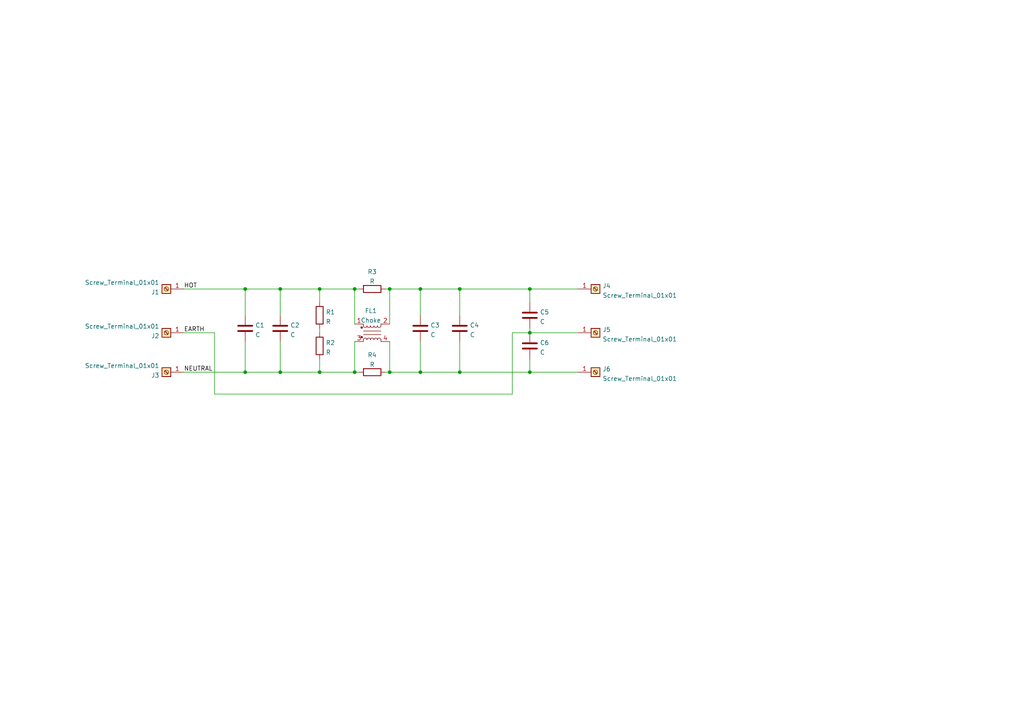
<source format=kicad_sch>
(kicad_sch (version 20211123) (generator eeschema)
  (paper "A4")
  (lib_symbols
    (symbol "Connector:Screw_Terminal_01x01" (pin_names (offset 1.016) hide)
      (property "Reference" "J" (at 0 2.54 0))
      (property "Value" "Screw_Terminal_01x01" (at 0 -2.54 0))
      (symbol "Screw_Terminal_01x01_1_1"
        (rectangle (start -1.27 1.27) (end 1.27 -1.27) (stroke (width 0.254)) (fill (type background)))
        (polyline (pts (xy -0.5334 0.3302) (xy 0.3302 -0.508)) (stroke (width 0.1524)))
        (polyline (pts (xy -0.3556 0.508) (xy 0.508 -0.3302)) (stroke (width 0.1524)))
        (circle (center 0 0) (radius 0.635) (stroke (width 0.1524)))
        (pin passive line (at -5.08 0 0) (length 3.81) (name "Pin_1") (number "1"))
      )
    )
    (symbol "Device:C" (pin_numbers hide) (pin_names (offset 0.254))
      (property "Reference" "C" (at 0.635 2.54 0))
      (property "Value" "C" (at 0.635 -2.54 0))
      (symbol "C_0_1"
        (polyline (pts (xy -2.032 -0.762) (xy 2.032 -0.762)) (stroke (width 0.508)))
        (polyline (pts (xy -2.032 0.762) (xy 2.032 0.762)) (stroke (width 0.508)))
      )
      (symbol "C_1_1"
        (pin passive line (at 0 3.81 270) (length 2.794) (name "~") (number "1"))
        (pin passive line (at 0 -3.81 90) (length 2.794) (name "~") (number "2"))
      )
    )
    (symbol "Device:R" (pin_numbers hide) (pin_names (offset 0))
      (property "Reference" "R" (at 2.032 0 90))
      (property "Value" "R" (at 0 0 90))
      (symbol "R_0_1"
        (rectangle (start -1.016 -2.54) (end 1.016 2.54) (stroke (width 0.254)))
      )
      (symbol "R_1_1"
        (pin passive line (at 0 3.81 270) (length 1.27) (name "~") (number "1"))
        (pin passive line (at 0 -3.81 90) (length 1.27) (name "~") (number "2"))
      )
    )
    (symbol "Filter:Choke_Schaffner_RN102-1-02-3M0" (pin_names hide)
      (property "Reference" "FL" (at 0 5.08 0))
      (property "Value" "Choke_Schaffner_RN102-1-02-3M0" (at 0 -5.08 0))
      (symbol "Choke_Schaffner_RN102-1-02-3M0_1_1"
        (circle (center -3.048 -1.27) (radius 0.254) (fill (type outline)))
        (circle (center -3.048 1.524) (radius 0.254) (fill (type outline)))
        (arc (start -2.54 2.032) (mid -2.032 1.524) (end -1.524 2.032))
        (arc (start -1.524 -2.032) (mid -2.032 -1.524) (end -2.54 -2.032))
        (arc (start -1.524 2.032) (mid -1.016 1.524) (end -0.508 2.032))
        (arc (start -0.508 -2.032) (mid -1.016 -1.524) (end -1.524 -2.032))
        (arc (start -0.508 2.032) (mid 0 1.524) (end 0.508 2.032))
        (polyline (pts (xy -2.54 -2.032) (xy -2.54 -2.54)))
        (polyline (pts (xy -2.54 0.508) (xy 2.54 0.508)))
        (polyline (pts (xy -2.54 2.032) (xy -2.54 2.54)))
        (polyline (pts (xy 2.54 -2.032) (xy 2.54 -2.54)))
        (polyline (pts (xy 2.54 -0.508) (xy -2.54 -0.508)))
        (polyline (pts (xy 2.54 2.54) (xy 2.54 2.032)))
        (arc (start 0.508 -2.032) (mid 0 -1.524) (end -0.508 -2.032))
        (arc (start 0.508 2.032) (mid 1.016 1.524) (end 1.524 2.032))
        (arc (start 1.524 -2.032) (mid 1.016 -1.524) (end 0.508 -2.032))
        (arc (start 1.524 2.032) (mid 2.032 1.524) (end 2.54 2.032))
        (arc (start 2.54 -2.032) (mid 2.032 -1.524) (end 1.524 -2.032))
        (pin passive line (at -5.08 2.54 0) (length 2.54) (name "1") (number "1"))
        (pin passive line (at 5.08 2.54 180) (length 2.54) (name "2") (number "2"))
        (pin passive line (at -5.08 -2.54 0) (length 2.54) (name "3") (number "3"))
        (pin passive line (at 5.08 -2.54 180) (length 2.54) (name "4") (number "4"))
      )
    )
  )
  (junction (at 133.35 83.82))
  (junction (at 71.12 107.95))
  (junction (at 133.35 107.95))
  (junction (at 121.92 83.82))
  (junction (at 102.87 107.95))
  (junction (at 81.28 107.95))
  (junction (at 113.03 83.82))
  (junction (at 81.28 83.82))
  (junction (at 71.12 83.82))
  (junction (at 92.71 107.95))
  (junction (at 121.92 107.95))
  (junction (at 153.67 83.82))
  (junction (at 113.03 107.95))
  (junction (at 153.67 107.95))
  (junction (at 102.87 83.82))
  (junction (at 92.71 83.82))
  (junction (at 153.67 96.52))
  (wire (pts (xy 71.12 107.95) (xy 81.28 107.95)))
  (wire (pts (xy 92.71 95.25) (xy 92.71 96.52)))
  (wire (pts (xy 81.28 107.95) (xy 92.71 107.95)))
  (wire (pts (xy 102.87 107.95) (xy 104.14 107.95)))
  (wire (pts (xy 133.35 83.82) (xy 133.35 91.44)))
  (wire (pts (xy 62.23 114.3) (xy 148.59 114.3)))
  (wire (pts (xy 53.34 107.95) (xy 71.12 107.95)))
  (wire (pts (xy 53.34 83.82) (xy 71.12 83.82)))
  (wire (pts (xy 113.03 99.06) (xy 113.03 107.95)))
  (wire (pts (xy 102.87 83.82) (xy 104.14 83.82)))
  (wire (pts (xy 92.71 83.82) (xy 102.87 83.82)))
  (wire (pts (xy 71.12 83.82) (xy 71.12 91.44)))
  (wire (pts (xy 53.34 96.52) (xy 62.23 96.52)))
  (wire (pts (xy 113.03 83.82) (xy 121.92 83.82)))
  (wire (pts (xy 148.59 114.3) (xy 148.59 96.52)))
  (wire (pts (xy 133.35 107.95) (xy 153.67 107.95)))
  (wire (pts (xy 121.92 107.95) (xy 133.35 107.95)))
  (wire (pts (xy 153.67 104.14) (xy 153.67 107.95)))
  (wire (pts (xy 71.12 83.82) (xy 81.28 83.82)))
  (wire (pts (xy 133.35 99.06) (xy 133.35 107.95)))
  (wire (pts (xy 121.92 83.82) (xy 121.92 91.44)))
  (wire (pts (xy 153.67 83.82) (xy 167.64 83.82)))
  (wire (pts (xy 92.71 83.82) (xy 92.71 87.63)))
  (wire (pts (xy 62.23 96.52) (xy 62.23 114.3)))
  (wire (pts (xy 81.28 99.06) (xy 81.28 107.95)))
  (wire (pts (xy 121.92 99.06) (xy 121.92 107.95)))
  (wire (pts (xy 81.28 83.82) (xy 92.71 83.82)))
  (wire (pts (xy 153.67 95.25) (xy 153.67 96.52)))
  (wire (pts (xy 102.87 83.82) (xy 102.87 93.98)))
  (wire (pts (xy 102.87 99.06) (xy 102.87 107.95)))
  (wire (pts (xy 153.67 87.63) (xy 153.67 83.82)))
  (wire (pts (xy 81.28 83.82) (xy 81.28 91.44)))
  (wire (pts (xy 113.03 107.95) (xy 121.92 107.95)))
  (wire (pts (xy 133.35 83.82) (xy 153.67 83.82)))
  (wire (pts (xy 167.64 96.52) (xy 153.67 96.52)))
  (wire (pts (xy 92.71 107.95) (xy 102.87 107.95)))
  (wire (pts (xy 113.03 83.82) (xy 113.03 93.98)))
  (wire (pts (xy 111.76 83.82) (xy 113.03 83.82)))
  (wire (pts (xy 92.71 104.14) (xy 92.71 107.95)))
  (wire (pts (xy 153.67 107.95) (xy 167.64 107.95)))
  (wire (pts (xy 148.59 96.52) (xy 153.67 96.52)))
  (wire (pts (xy 71.12 99.06) (xy 71.12 107.95)))
  (wire (pts (xy 121.92 83.82) (xy 133.35 83.82)))
  (wire (pts (xy 111.76 107.95) (xy 113.03 107.95)))
  (label "EARTH" (at 53.34 96.52 0))
  (label "HOT" (at 53.34 83.82 0))
  (label "NEUTRAL" (at 53.34 107.95 0))
  (symbol (lib_id "Device:C") (at 71.12 95.25 0) (unit 1)
    (property "Reference" "C1" (at 74.041 94.3415 0) (effects (justify left)))
    (property "Value" "C" (at 74.041 97.1166 0) (effects (justify left)))
    (property "Footprint" "Capacitor_THT:C_Rect_L31.5mm_W13.0mm_P27.50mm_MKS4" (effects hide))
  )
  (symbol (lib_id "Device:C") (at 121.92 95.25 0) (unit 1)
    (property "Reference" "C3" (at 124.841 94.3415 0) (effects (justify left)))
    (property "Value" "C" (at 124.841 97.1166 0) (effects (justify left)))
    (property "Footprint" "Capacitor_THT:C_Rect_L31.5mm_W13.0mm_P27.50mm_MKS4" (effects hide))
  )
  (symbol (lib_id "Device:R") (at 92.71 91.44 0) (unit 1)
    (property "Reference" "R1" (at 94.488 90.5315 0) (effects (justify left)))
    (property "Value" "R" (at 94.488 93.3066 0) (effects (justify left)))
    (property "Footprint" "Resistor_THT:R_Axial_DIN0207_L6.3mm_D2.5mm_P7.62mm_Horizontal" (effects hide))
  )
  (symbol (lib_id "Connector:Screw_Terminal_01x01") (at 48.26 83.82 180) (unit 1)
    (property "Reference" "J1" (at 46.228 84.7285 0) (effects (justify left)))
    (property "Value" "Screw_Terminal_01x01" (at 46.228 81.9534 0) (effects (justify left)))
    (property "Footprint" "Custom Library:M4_Screw_Terminal" (effects hide))
  )
  (symbol (lib_id "Device:R") (at 107.95 107.95 90) (unit 1)
    (property "Reference" "R4" (at 107.95 102.9675 90))
    (property "Value" "R" (at 107.95 105.7426 90))
    (property "Footprint" "Resistor_THT:R_Axial_DIN0516_L15.5mm_D5.0mm_P20.32mm_Horizontal" (effects hide))
  )
  (symbol (lib_id "Filter:Choke_Schaffner_RN102-1-02-3M0") (at 107.95 96.52 0) (unit 1)
    (property "Reference" "FL1" (at 107.569 90.1405 0))
    (property "Value" "Choke" (at 107.569 92.9156 0))
    (property "Footprint" "Custom Library:IND_CMT-8121" (effects hide))
    (property "Datasheet" "https://www.schaffner.com/products/download/product/datasheet/rn-series-common-mode-chokes-new/" (effects hide))
  )
  (symbol (lib_id "Device:C") (at 153.67 100.33 0) (unit 1)
    (property "Reference" "C6" (at 156.591 99.4215 0) (effects (justify left)))
    (property "Value" "C" (at 156.591 102.1966 0) (effects (justify left)))
    (property "Footprint" "Capacitor_THT:C_Rect_L13.0mm_W5.0mm_P10.00mm_FKS3_FKP3_MKS4" (effects hide))
  )
  (symbol (lib_id "Device:C") (at 133.35 95.25 0) (unit 1)
    (property "Reference" "C4" (at 136.271 94.3415 0) (effects (justify left)))
    (property "Value" "C" (at 136.271 97.1166 0) (effects (justify left)))
    (property "Footprint" "Capacitor_THT:C_Rect_L31.5mm_W13.0mm_P27.50mm_MKS4" (effects hide))
  )
  (symbol (lib_id "Device:C") (at 81.28 95.25 0) (unit 1)
    (property "Reference" "C2" (at 84.201 94.3415 0) (effects (justify left)))
    (property "Value" "C" (at 84.201 97.1166 0) (effects (justify left)))
    (property "Footprint" "Capacitor_THT:C_Rect_L31.5mm_W13.0mm_P27.50mm_MKS4" (effects hide))
  )
  (symbol (lib_id "Connector:Screw_Terminal_01x01") (at 48.26 107.95 180) (unit 1)
    (property "Reference" "J3" (at 46.228 108.8585 0) (effects (justify left)))
    (property "Value" "Screw_Terminal_01x01" (at 46.228 106.0834 0) (effects (justify left)))
    (property "Footprint" "Custom Library:M4_Screw_Terminal" (effects hide))
  )
  (symbol (lib_id "Device:R") (at 92.71 100.33 0) (unit 1)
    (property "Reference" "R2" (at 94.488 99.4215 0) (effects (justify left)))
    (property "Value" "R" (at 94.488 102.1966 0) (effects (justify left)))
    (property "Footprint" "Resistor_THT:R_Axial_DIN0207_L6.3mm_D2.5mm_P7.62mm_Horizontal" (effects hide))
  )
  (symbol (lib_id "Connector:Screw_Terminal_01x01") (at 48.26 96.52 180) (unit 1)
    (property "Reference" "J2" (at 46.228 97.4285 0) (effects (justify left)))
    (property "Value" "Screw_Terminal_01x01" (at 46.228 94.6534 0) (effects (justify left)))
    (property "Footprint" "Custom Library:M4_Screw_Terminal" (effects hide))
  )
  (symbol (lib_id "Connector:Screw_Terminal_01x01") (at 172.72 96.52 0) (unit 1)
    (property "Reference" "J5" (at 174.752 95.6115 0) (effects (justify left)))
    (property "Value" "Screw_Terminal_01x01" (at 174.752 98.3866 0) (effects (justify left)))
    (property "Footprint" "Custom Library:M4_Screw_Terminal" (effects hide))
  )
  (symbol (lib_id "Device:R") (at 107.95 83.82 90) (unit 1)
    (property "Reference" "R3" (at 107.95 78.8375 90))
    (property "Value" "R" (at 107.95 81.6126 90))
    (property "Footprint" "Resistor_THT:R_Axial_DIN0516_L15.5mm_D5.0mm_P20.32mm_Horizontal" (effects hide))
  )
  (symbol (lib_id "Connector:Screw_Terminal_01x01") (at 172.72 107.95 0) (unit 1)
    (property "Reference" "J6" (at 174.752 107.0415 0) (effects (justify left)))
    (property "Value" "Screw_Terminal_01x01" (at 174.752 109.8166 0) (effects (justify left)))
    (property "Footprint" "Custom Library:M4_Screw_Terminal" (effects hide))
  )
  (symbol (lib_id "Device:C") (at 153.67 91.44 0) (unit 1)
    (property "Reference" "C5" (at 156.591 90.5315 0) (effects (justify left)))
    (property "Value" "C" (at 156.591 93.3066 0) (effects (justify left)))
    (property "Footprint" "Capacitor_THT:C_Rect_L13.0mm_W5.0mm_P10.00mm_FKS3_FKP3_MKS4" (effects hide))
  )
  (symbol (lib_id "Connector:Screw_Terminal_01x01") (at 172.72 83.82 0) (unit 1)
    (property "Reference" "J4" (at 174.752 82.9115 0) (effects (justify left)))
    (property "Value" "Screw_Terminal_01x01" (at 174.752 85.6866 0) (effects (justify left)))
    (property "Footprint" "Custom Library:M4_Screw_Terminal" (effects hide))
  )
)
</source>
